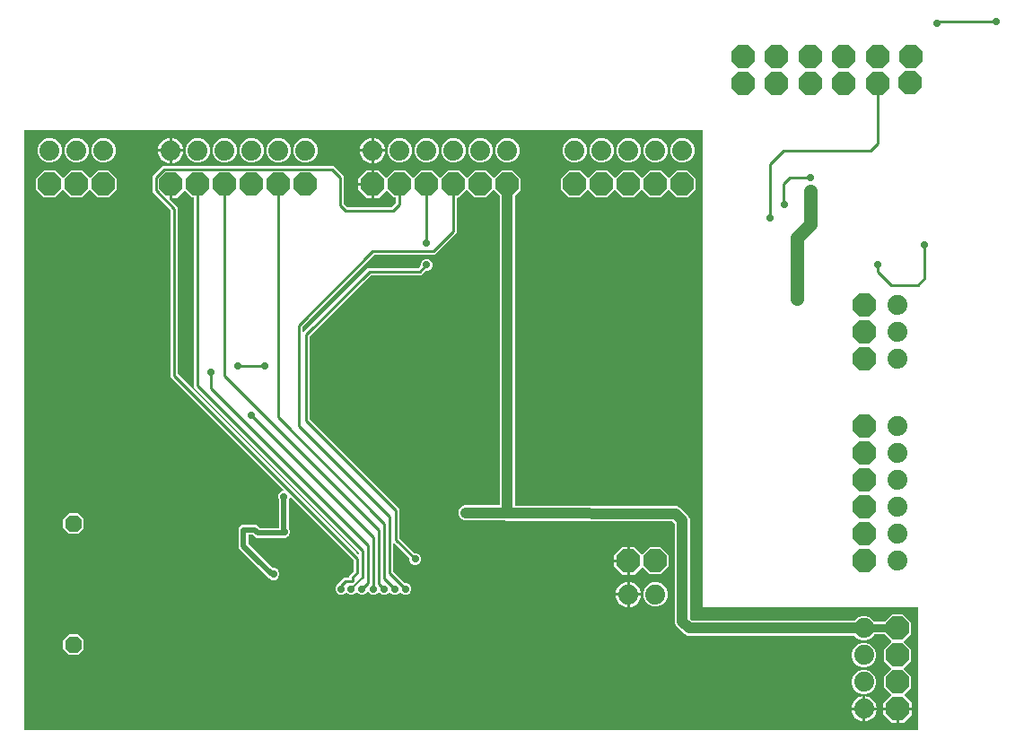
<source format=gbr>
G04 EAGLE Gerber RS-274X export*
G75*
%MOIN*%
%FSLAX24Y24*%
%LPD*%
%INBottom Copper*%
%IPPOS*%
%AMOC8*
5,1,8,0,0,1.08239X$1,22.5*%
G01*
%ADD10P,0.068191X8X292.500000*%
%ADD11P,0.092003X8X202.500000*%
%ADD12P,0.092003X8X292.500000*%
%ADD13C,0.074000*%
%ADD14P,0.092003X8X112.500000*%
%ADD15P,0.092003X8X22.500000*%
%ADD16C,0.027748*%
%ADD17C,0.008000*%
%ADD18C,0.020000*%
%ADD19C,0.010000*%
%ADD20C,0.040000*%
%ADD21C,0.030000*%
%ADD22C,0.050000*%

G36*
X33603Y416D02*
X33603Y416D01*
X33606Y416D01*
X33607Y417D01*
X33609Y417D01*
X33611Y419D01*
X33614Y420D01*
X33615Y421D01*
X33616Y422D01*
X33618Y424D01*
X33620Y426D01*
X33620Y427D01*
X33621Y429D01*
X33622Y431D01*
X33623Y434D01*
X33624Y436D01*
X33624Y437D01*
X33624Y438D01*
X33624Y440D01*
X33624Y4960D01*
X33624Y4963D01*
X33624Y4966D01*
X33623Y4967D01*
X33623Y4969D01*
X33621Y4971D01*
X33620Y4974D01*
X33619Y4975D01*
X33618Y4976D01*
X33616Y4978D01*
X33614Y4980D01*
X33613Y4980D01*
X33611Y4981D01*
X33609Y4982D01*
X33606Y4983D01*
X33604Y4984D01*
X33603Y4984D01*
X33602Y4984D01*
X33600Y4984D01*
X25624Y4984D01*
X25624Y22710D01*
X25624Y22713D01*
X25624Y22716D01*
X25623Y22717D01*
X25623Y22719D01*
X25621Y22721D01*
X25620Y22724D01*
X25619Y22725D01*
X25618Y22726D01*
X25616Y22728D01*
X25614Y22730D01*
X25613Y22730D01*
X25611Y22731D01*
X25609Y22732D01*
X25606Y22733D01*
X25604Y22734D01*
X25603Y22734D01*
X25602Y22734D01*
X25600Y22734D01*
X440Y22734D01*
X437Y22734D01*
X434Y22734D01*
X433Y22733D01*
X431Y22733D01*
X429Y22731D01*
X426Y22730D01*
X425Y22729D01*
X424Y22728D01*
X422Y22726D01*
X420Y22724D01*
X420Y22723D01*
X419Y22721D01*
X418Y22719D01*
X417Y22716D01*
X416Y22714D01*
X416Y22713D01*
X416Y22712D01*
X416Y22710D01*
X416Y440D01*
X416Y437D01*
X416Y434D01*
X417Y433D01*
X417Y431D01*
X419Y429D01*
X420Y426D01*
X421Y425D01*
X422Y424D01*
X424Y422D01*
X426Y420D01*
X427Y420D01*
X429Y419D01*
X431Y418D01*
X434Y417D01*
X436Y416D01*
X437Y416D01*
X438Y416D01*
X440Y416D01*
X33600Y416D01*
X33603Y416D01*
G37*
%LPC*%
G36*
X32849Y1209D02*
X32849Y1209D01*
X32849Y1235D01*
X32849Y1238D01*
X32849Y1241D01*
X32848Y1242D01*
X32848Y1244D01*
X32846Y1246D01*
X32845Y1249D01*
X32844Y1250D01*
X32843Y1251D01*
X32841Y1253D01*
X32839Y1255D01*
X32838Y1255D01*
X32836Y1256D01*
X32834Y1257D01*
X32831Y1258D01*
X32829Y1259D01*
X32828Y1259D01*
X32827Y1259D01*
X32825Y1259D01*
X32324Y1259D01*
X32324Y1428D01*
X32603Y1707D01*
X32605Y1709D01*
X32607Y1711D01*
X32608Y1713D01*
X32608Y1714D01*
X32609Y1717D01*
X32610Y1720D01*
X32610Y1721D01*
X32611Y1723D01*
X32610Y1725D01*
X32610Y1728D01*
X32610Y1730D01*
X32610Y1731D01*
X32608Y1734D01*
X32607Y1736D01*
X32606Y1738D01*
X32606Y1739D01*
X32605Y1740D01*
X32603Y1741D01*
X32344Y2001D01*
X32344Y2419D01*
X32618Y2693D01*
X32619Y2695D01*
X32621Y2697D01*
X32622Y2699D01*
X32623Y2700D01*
X32623Y2703D01*
X32624Y2705D01*
X32624Y2707D01*
X32625Y2708D01*
X32624Y2711D01*
X32624Y2714D01*
X32624Y2716D01*
X32624Y2717D01*
X32622Y2720D01*
X32621Y2722D01*
X32620Y2724D01*
X32620Y2725D01*
X32619Y2726D01*
X32618Y2727D01*
X32344Y3001D01*
X32344Y3419D01*
X32618Y3693D01*
X32619Y3695D01*
X32621Y3697D01*
X32622Y3699D01*
X32623Y3700D01*
X32623Y3703D01*
X32624Y3705D01*
X32624Y3707D01*
X32625Y3708D01*
X32624Y3711D01*
X32624Y3714D01*
X32624Y3716D01*
X32624Y3717D01*
X32622Y3720D01*
X32621Y3722D01*
X32620Y3724D01*
X32620Y3725D01*
X32619Y3726D01*
X32618Y3727D01*
X32373Y3972D01*
X32371Y3973D01*
X32369Y3975D01*
X32367Y3976D01*
X32365Y3977D01*
X32363Y3978D01*
X32362Y3978D01*
X32358Y3979D01*
X32357Y3979D01*
X32356Y3979D01*
X32355Y3979D01*
X32009Y3979D01*
X32006Y3979D01*
X32004Y3979D01*
X32002Y3978D01*
X32000Y3978D01*
X31998Y3976D01*
X31996Y3976D01*
X31994Y3974D01*
X31992Y3973D01*
X31991Y3971D01*
X31989Y3970D01*
X31988Y3967D01*
X31987Y3966D01*
X31986Y3964D01*
X31982Y3955D01*
X31855Y3828D01*
X31690Y3759D01*
X31510Y3759D01*
X31345Y3828D01*
X31250Y3922D01*
X31249Y3923D01*
X31247Y3925D01*
X31245Y3926D01*
X31243Y3927D01*
X31241Y3928D01*
X31239Y3928D01*
X31236Y3929D01*
X31235Y3929D01*
X31234Y3929D01*
X31233Y3929D01*
X25044Y3929D01*
X24941Y3972D01*
X24612Y4301D01*
X24569Y4404D01*
X24569Y8084D01*
X24569Y8086D01*
X24569Y8088D01*
X24568Y8090D01*
X24568Y8092D01*
X24567Y8094D01*
X24566Y8096D01*
X24564Y8099D01*
X24563Y8100D01*
X24562Y8101D01*
X24490Y8173D01*
X24489Y8174D01*
X24487Y8175D01*
X24485Y8176D01*
X24483Y8178D01*
X24481Y8178D01*
X24479Y8179D01*
X24476Y8179D01*
X24475Y8180D01*
X24474Y8180D01*
X24473Y8180D01*
X18793Y8200D01*
X18350Y8201D01*
X18349Y8201D01*
X18294Y8201D01*
X18268Y8212D01*
X18266Y8213D01*
X18265Y8213D01*
X18260Y8214D01*
X18259Y8214D01*
X16763Y8219D01*
X16660Y8263D01*
X16581Y8342D01*
X16539Y8445D01*
X16539Y8557D01*
X16583Y8660D01*
X16662Y8739D01*
X16765Y8781D01*
X18045Y8776D01*
X18048Y8777D01*
X18051Y8777D01*
X18052Y8778D01*
X18054Y8778D01*
X18056Y8779D01*
X18059Y8781D01*
X18060Y8782D01*
X18061Y8782D01*
X18063Y8785D01*
X18065Y8787D01*
X18066Y8788D01*
X18066Y8789D01*
X18067Y8792D01*
X18069Y8795D01*
X18069Y8796D01*
X18069Y8797D01*
X18069Y8799D01*
X18069Y8801D01*
X18069Y20265D01*
X18069Y20267D01*
X18069Y20270D01*
X18068Y20272D01*
X18068Y20274D01*
X18067Y20276D01*
X18066Y20278D01*
X18064Y20280D01*
X18063Y20281D01*
X18063Y20282D01*
X18062Y20283D01*
X17867Y20478D01*
X17865Y20479D01*
X17863Y20481D01*
X17861Y20482D01*
X17860Y20483D01*
X17857Y20483D01*
X17855Y20484D01*
X17853Y20484D01*
X17852Y20485D01*
X17849Y20484D01*
X17846Y20484D01*
X17844Y20484D01*
X17843Y20484D01*
X17840Y20482D01*
X17838Y20481D01*
X17836Y20480D01*
X17835Y20480D01*
X17834Y20479D01*
X17833Y20478D01*
X17559Y20204D01*
X17141Y20204D01*
X16867Y20478D01*
X16865Y20479D01*
X16863Y20481D01*
X16861Y20482D01*
X16860Y20483D01*
X16857Y20483D01*
X16855Y20484D01*
X16853Y20484D01*
X16852Y20485D01*
X16849Y20484D01*
X16846Y20484D01*
X16844Y20484D01*
X16843Y20484D01*
X16840Y20482D01*
X16838Y20481D01*
X16836Y20480D01*
X16835Y20480D01*
X16834Y20479D01*
X16833Y20478D01*
X16559Y20204D01*
X16505Y20204D01*
X16502Y20204D01*
X16499Y20204D01*
X16498Y20203D01*
X16496Y20203D01*
X16494Y20201D01*
X16491Y20200D01*
X16490Y20199D01*
X16489Y20198D01*
X16487Y20196D01*
X16485Y20194D01*
X16485Y20193D01*
X16484Y20191D01*
X16483Y20189D01*
X16482Y20186D01*
X16481Y20184D01*
X16481Y20183D01*
X16481Y20182D01*
X16481Y20180D01*
X16481Y18906D01*
X15654Y18079D01*
X13414Y18079D01*
X13412Y18079D01*
X13410Y18079D01*
X13408Y18078D01*
X13406Y18078D01*
X13404Y18077D01*
X13402Y18076D01*
X13399Y18074D01*
X13398Y18073D01*
X13397Y18072D01*
X10738Y15413D01*
X10737Y15411D01*
X10735Y15410D01*
X10734Y15408D01*
X10733Y15406D01*
X10732Y15404D01*
X10732Y15402D01*
X10731Y15399D01*
X10731Y15397D01*
X10731Y15396D01*
X10731Y15204D01*
X10731Y15201D01*
X10732Y15197D01*
X10732Y15196D01*
X10734Y15193D01*
X10736Y15189D01*
X10737Y15188D01*
X10740Y15186D01*
X10742Y15184D01*
X10743Y15183D01*
X10744Y15183D01*
X10747Y15182D01*
X10750Y15180D01*
X10751Y15180D01*
X10752Y15180D01*
X10756Y15180D01*
X10759Y15180D01*
X10760Y15181D01*
X10761Y15181D01*
X10764Y15182D01*
X10767Y15183D01*
X10768Y15184D01*
X10769Y15184D01*
X10769Y15185D01*
X10772Y15187D01*
X13092Y17507D01*
X13176Y17591D01*
X15036Y17591D01*
X15038Y17591D01*
X15040Y17591D01*
X15042Y17592D01*
X15044Y17592D01*
X15046Y17593D01*
X15048Y17594D01*
X15051Y17596D01*
X15052Y17597D01*
X15053Y17598D01*
X15123Y17668D01*
X15125Y17670D01*
X15126Y17671D01*
X15127Y17674D01*
X15128Y17675D01*
X15129Y17677D01*
X15130Y17679D01*
X15130Y17683D01*
X15130Y17684D01*
X15130Y17685D01*
X15131Y17685D01*
X15131Y17754D01*
X15164Y17834D01*
X15226Y17896D01*
X15306Y17929D01*
X15394Y17929D01*
X15474Y17896D01*
X15536Y17834D01*
X15569Y17754D01*
X15569Y17666D01*
X15536Y17586D01*
X15474Y17524D01*
X15394Y17491D01*
X15325Y17491D01*
X15323Y17490D01*
X15321Y17490D01*
X15319Y17489D01*
X15317Y17489D01*
X15315Y17488D01*
X15313Y17487D01*
X15311Y17485D01*
X15309Y17484D01*
X15308Y17483D01*
X15154Y17329D01*
X13294Y17329D01*
X13292Y17329D01*
X13290Y17329D01*
X13288Y17328D01*
X13286Y17328D01*
X13284Y17327D01*
X13282Y17326D01*
X13279Y17324D01*
X13278Y17323D01*
X13277Y17322D01*
X11018Y15063D01*
X11017Y15061D01*
X11015Y15060D01*
X11014Y15058D01*
X11013Y15056D01*
X11012Y15054D01*
X11012Y15052D01*
X11011Y15049D01*
X11011Y15047D01*
X11011Y15046D01*
X11011Y11994D01*
X11011Y11992D01*
X11011Y11990D01*
X11012Y11988D01*
X11012Y11986D01*
X11013Y11984D01*
X11014Y11982D01*
X11016Y11979D01*
X11017Y11978D01*
X11018Y11977D01*
X14267Y8728D01*
X14351Y8644D01*
X14351Y7554D01*
X14351Y7552D01*
X14351Y7550D01*
X14352Y7548D01*
X14352Y7546D01*
X14353Y7544D01*
X14354Y7542D01*
X14356Y7539D01*
X14357Y7538D01*
X14358Y7537D01*
X14888Y7007D01*
X14890Y7005D01*
X14891Y7004D01*
X14894Y7003D01*
X14895Y7002D01*
X14897Y7001D01*
X14899Y7000D01*
X14903Y7000D01*
X14904Y7000D01*
X14905Y7000D01*
X14905Y6999D01*
X14974Y6999D01*
X15054Y6966D01*
X15116Y6904D01*
X15149Y6824D01*
X15149Y6736D01*
X15116Y6656D01*
X15054Y6594D01*
X14974Y6561D01*
X14886Y6561D01*
X14806Y6594D01*
X14744Y6656D01*
X14711Y6736D01*
X14711Y6805D01*
X14710Y6807D01*
X14710Y6809D01*
X14709Y6811D01*
X14709Y6813D01*
X14708Y6815D01*
X14707Y6817D01*
X14705Y6819D01*
X14704Y6821D01*
X14703Y6822D01*
X14152Y7373D01*
X14149Y7375D01*
X14146Y7377D01*
X14145Y7378D01*
X14141Y7379D01*
X14138Y7380D01*
X14137Y7380D01*
X14133Y7380D01*
X14129Y7379D01*
X14128Y7379D01*
X14125Y7377D01*
X14121Y7376D01*
X14121Y7375D01*
X14120Y7375D01*
X14118Y7372D01*
X14115Y7370D01*
X14115Y7369D01*
X14114Y7369D01*
X14113Y7365D01*
X14112Y7362D01*
X14111Y7361D01*
X14111Y7360D01*
X14111Y7359D01*
X14111Y7356D01*
X14111Y6314D01*
X14111Y6312D01*
X14111Y6310D01*
X14112Y6308D01*
X14112Y6306D01*
X14113Y6304D01*
X14114Y6302D01*
X14116Y6299D01*
X14117Y6298D01*
X14118Y6297D01*
X14528Y5887D01*
X14530Y5885D01*
X14531Y5884D01*
X14534Y5883D01*
X14535Y5882D01*
X14537Y5881D01*
X14539Y5880D01*
X14543Y5880D01*
X14544Y5880D01*
X14545Y5880D01*
X14545Y5879D01*
X14614Y5879D01*
X14694Y5846D01*
X14756Y5784D01*
X14789Y5704D01*
X14789Y5616D01*
X14756Y5536D01*
X14694Y5474D01*
X14614Y5441D01*
X14526Y5441D01*
X14446Y5474D01*
X14382Y5537D01*
X14380Y5539D01*
X14378Y5541D01*
X14376Y5542D01*
X14375Y5542D01*
X14372Y5543D01*
X14370Y5544D01*
X14368Y5544D01*
X14367Y5545D01*
X14364Y5544D01*
X14361Y5544D01*
X14359Y5544D01*
X14358Y5543D01*
X14355Y5542D01*
X14353Y5541D01*
X14351Y5540D01*
X14350Y5539D01*
X14349Y5539D01*
X14348Y5537D01*
X14294Y5484D01*
X14214Y5451D01*
X14126Y5451D01*
X14046Y5484D01*
X13992Y5537D01*
X13990Y5539D01*
X13988Y5541D01*
X13986Y5542D01*
X13985Y5542D01*
X13982Y5543D01*
X13980Y5544D01*
X13978Y5544D01*
X13977Y5545D01*
X13974Y5544D01*
X13971Y5544D01*
X13969Y5544D01*
X13968Y5543D01*
X13965Y5542D01*
X13963Y5541D01*
X13961Y5540D01*
X13960Y5539D01*
X13959Y5539D01*
X13958Y5537D01*
X13904Y5484D01*
X13824Y5451D01*
X13736Y5451D01*
X13656Y5484D01*
X13597Y5542D01*
X13595Y5544D01*
X13593Y5546D01*
X13591Y5547D01*
X13590Y5547D01*
X13587Y5548D01*
X13585Y5549D01*
X13583Y5549D01*
X13582Y5550D01*
X13579Y5549D01*
X13576Y5549D01*
X13574Y5549D01*
X13573Y5548D01*
X13570Y5547D01*
X13568Y5546D01*
X13566Y5545D01*
X13565Y5544D01*
X13564Y5544D01*
X13563Y5542D01*
X13504Y5484D01*
X13424Y5451D01*
X13336Y5451D01*
X13256Y5484D01*
X13194Y5546D01*
X13191Y5552D01*
X13189Y5555D01*
X13188Y5558D01*
X13187Y5559D01*
X13184Y5561D01*
X13181Y5564D01*
X13180Y5564D01*
X13176Y5565D01*
X13173Y5567D01*
X13172Y5567D01*
X13171Y5567D01*
X13168Y5567D01*
X13164Y5566D01*
X13163Y5566D01*
X13159Y5565D01*
X13156Y5563D01*
X13155Y5563D01*
X13155Y5562D01*
X13152Y5560D01*
X13150Y5557D01*
X13149Y5557D01*
X13149Y5556D01*
X13148Y5555D01*
X13146Y5552D01*
X13144Y5546D01*
X13082Y5484D01*
X13001Y5451D01*
X12914Y5451D01*
X12833Y5484D01*
X12781Y5536D01*
X12779Y5538D01*
X12777Y5540D01*
X12775Y5540D01*
X12774Y5541D01*
X12771Y5542D01*
X12768Y5543D01*
X12767Y5543D01*
X12765Y5543D01*
X12763Y5543D01*
X12760Y5543D01*
X12758Y5543D01*
X12757Y5542D01*
X12754Y5541D01*
X12752Y5540D01*
X12750Y5539D01*
X12749Y5538D01*
X12748Y5538D01*
X12747Y5536D01*
X12684Y5474D01*
X12604Y5441D01*
X12516Y5441D01*
X12436Y5474D01*
X12382Y5527D01*
X12380Y5529D01*
X12378Y5531D01*
X12376Y5532D01*
X12375Y5532D01*
X12372Y5533D01*
X12370Y5534D01*
X12368Y5534D01*
X12367Y5535D01*
X12364Y5534D01*
X12361Y5534D01*
X12359Y5534D01*
X12358Y5533D01*
X12355Y5532D01*
X12353Y5531D01*
X12351Y5530D01*
X12350Y5529D01*
X12349Y5529D01*
X12348Y5527D01*
X12304Y5484D01*
X12224Y5451D01*
X12136Y5451D01*
X12056Y5484D01*
X11994Y5546D01*
X11961Y5626D01*
X11961Y5714D01*
X11994Y5794D01*
X12056Y5856D01*
X12061Y5858D01*
X12062Y5859D01*
X12064Y5860D01*
X12067Y5862D01*
X12068Y5863D01*
X12212Y6007D01*
X12296Y6091D01*
X12445Y6091D01*
X12448Y6091D01*
X12451Y6091D01*
X12452Y6092D01*
X12454Y6092D01*
X12456Y6094D01*
X12459Y6095D01*
X12460Y6096D01*
X12461Y6097D01*
X12463Y6099D01*
X12465Y6101D01*
X12465Y6102D01*
X12466Y6104D01*
X12467Y6106D01*
X12468Y6109D01*
X12469Y6111D01*
X12469Y6112D01*
X12469Y6113D01*
X12469Y6115D01*
X12469Y6144D01*
X12652Y6327D01*
X12653Y6329D01*
X12655Y6330D01*
X12656Y6332D01*
X12657Y6334D01*
X12658Y6336D01*
X12658Y6338D01*
X12659Y6341D01*
X12659Y6343D01*
X12659Y6344D01*
X12659Y6734D01*
X12659Y6736D01*
X12659Y6738D01*
X12658Y6740D01*
X12658Y6742D01*
X12657Y6744D01*
X12656Y6746D01*
X12654Y6749D01*
X12653Y6750D01*
X12652Y6751D01*
X10321Y9082D01*
X10318Y9084D01*
X10315Y9086D01*
X10314Y9087D01*
X10310Y9088D01*
X10307Y9089D01*
X10306Y9089D01*
X10305Y9089D01*
X10302Y9089D01*
X10298Y9089D01*
X10297Y9088D01*
X10293Y9086D01*
X10290Y9085D01*
X10290Y9084D01*
X10289Y9084D01*
X10287Y9081D01*
X10284Y9079D01*
X10284Y9078D01*
X10283Y9078D01*
X10282Y9074D01*
X10280Y9071D01*
X10280Y9070D01*
X10280Y9068D01*
X10279Y9065D01*
X10279Y9056D01*
X10246Y8975D01*
X10245Y8974D01*
X10244Y8972D01*
X10243Y8970D01*
X10242Y8968D01*
X10242Y8966D01*
X10241Y8963D01*
X10241Y8962D01*
X10241Y8961D01*
X10241Y8960D01*
X10241Y7940D01*
X10241Y7938D01*
X10241Y7936D01*
X10242Y7933D01*
X10242Y7931D01*
X10243Y7929D01*
X10244Y7927D01*
X10246Y7925D01*
X10247Y7924D01*
X10247Y7923D01*
X10248Y7923D01*
X10256Y7914D01*
X10289Y7834D01*
X10289Y7746D01*
X10256Y7666D01*
X10194Y7604D01*
X10113Y7570D01*
X10112Y7570D01*
X10110Y7569D01*
X10109Y7569D01*
X9017Y7569D01*
X8912Y7674D01*
X8910Y7675D01*
X8909Y7677D01*
X8907Y7678D01*
X8905Y7679D01*
X8903Y7680D01*
X8901Y7680D01*
X8898Y7681D01*
X8896Y7681D01*
X8895Y7681D01*
X8761Y7681D01*
X8758Y7681D01*
X8755Y7681D01*
X8754Y7680D01*
X8753Y7680D01*
X8750Y7678D01*
X8748Y7677D01*
X8746Y7676D01*
X8745Y7675D01*
X8743Y7673D01*
X8741Y7671D01*
X8741Y7670D01*
X8740Y7668D01*
X8739Y7666D01*
X8738Y7663D01*
X8737Y7661D01*
X8737Y7660D01*
X8737Y7659D01*
X8737Y7657D01*
X8737Y7349D01*
X8737Y7347D01*
X8737Y7345D01*
X8738Y7343D01*
X8738Y7340D01*
X8739Y7338D01*
X8740Y7337D01*
X8742Y7334D01*
X8743Y7333D01*
X8743Y7332D01*
X8744Y7332D01*
X9629Y6447D01*
X9631Y6445D01*
X9632Y6444D01*
X9634Y6443D01*
X9636Y6442D01*
X9638Y6441D01*
X9640Y6440D01*
X9643Y6440D01*
X9645Y6440D01*
X9646Y6439D01*
X9714Y6439D01*
X9794Y6406D01*
X9856Y6344D01*
X9889Y6264D01*
X9889Y6176D01*
X9856Y6096D01*
X9794Y6034D01*
X9714Y6001D01*
X9626Y6001D01*
X9545Y6034D01*
X9544Y6035D01*
X9542Y6036D01*
X9540Y6037D01*
X9538Y6038D01*
X9536Y6038D01*
X9533Y6039D01*
X9532Y6039D01*
X9531Y6039D01*
X9530Y6039D01*
X9525Y6039D01*
X8375Y7189D01*
X8375Y7937D01*
X8481Y8043D01*
X9055Y8043D01*
X9160Y7938D01*
X9161Y7937D01*
X9163Y7935D01*
X9165Y7934D01*
X9167Y7933D01*
X9169Y7932D01*
X9171Y7932D01*
X9174Y7931D01*
X9175Y7931D01*
X9176Y7931D01*
X9177Y7931D01*
X9855Y7931D01*
X9858Y7931D01*
X9861Y7931D01*
X9862Y7932D01*
X9864Y7932D01*
X9866Y7934D01*
X9869Y7935D01*
X9870Y7936D01*
X9871Y7937D01*
X9873Y7939D01*
X9875Y7941D01*
X9875Y7942D01*
X9876Y7944D01*
X9877Y7946D01*
X9878Y7949D01*
X9879Y7951D01*
X9879Y7952D01*
X9879Y7953D01*
X9879Y7955D01*
X9879Y8960D01*
X9879Y8962D01*
X9879Y8964D01*
X9878Y8967D01*
X9878Y8969D01*
X9877Y8971D01*
X9876Y8973D01*
X9874Y8975D01*
X9841Y9056D01*
X9841Y9144D01*
X9874Y9224D01*
X9936Y9286D01*
X10016Y9319D01*
X10025Y9319D01*
X10028Y9320D01*
X10032Y9321D01*
X10033Y9321D01*
X10037Y9323D01*
X10040Y9325D01*
X10041Y9326D01*
X10043Y9328D01*
X10046Y9331D01*
X10046Y9332D01*
X10047Y9336D01*
X10049Y9339D01*
X10049Y9340D01*
X10049Y9341D01*
X10049Y9344D01*
X10049Y9348D01*
X10049Y9349D01*
X10047Y9353D01*
X10046Y9356D01*
X10045Y9357D01*
X10044Y9358D01*
X10042Y9361D01*
X5859Y13544D01*
X5859Y19721D01*
X5859Y19723D01*
X5859Y19725D01*
X5858Y19727D01*
X5858Y19729D01*
X5857Y19731D01*
X5856Y19733D01*
X5854Y19736D01*
X5853Y19737D01*
X5852Y19738D01*
X5164Y20426D01*
X5164Y20994D01*
X5482Y21312D01*
X5566Y21396D01*
X11884Y21396D01*
X11968Y21312D01*
X12202Y21078D01*
X12286Y20994D01*
X12286Y19971D01*
X12286Y19969D01*
X12286Y19967D01*
X12287Y19965D01*
X12287Y19963D01*
X12288Y19961D01*
X12289Y19959D01*
X12291Y19956D01*
X12292Y19955D01*
X12293Y19954D01*
X12399Y19848D01*
X12401Y19847D01*
X12402Y19845D01*
X12404Y19844D01*
X12406Y19843D01*
X12408Y19842D01*
X12410Y19842D01*
X12414Y19841D01*
X12415Y19841D01*
X12416Y19841D01*
X14036Y19841D01*
X14038Y19841D01*
X14040Y19841D01*
X14042Y19842D01*
X14044Y19842D01*
X14046Y19843D01*
X14048Y19844D01*
X14051Y19846D01*
X14052Y19847D01*
X14053Y19848D01*
X14212Y20007D01*
X14213Y20009D01*
X14215Y20010D01*
X14216Y20012D01*
X14217Y20014D01*
X14218Y20016D01*
X14218Y20018D01*
X14219Y20021D01*
X14219Y20023D01*
X14219Y20024D01*
X14219Y20180D01*
X14219Y20183D01*
X14219Y20186D01*
X14218Y20187D01*
X14218Y20189D01*
X14216Y20191D01*
X14215Y20194D01*
X14214Y20195D01*
X14213Y20196D01*
X14211Y20198D01*
X14209Y20200D01*
X14208Y20200D01*
X14206Y20201D01*
X14204Y20202D01*
X14201Y20203D01*
X14199Y20204D01*
X14198Y20204D01*
X14197Y20204D01*
X14195Y20204D01*
X14141Y20204D01*
X13881Y20463D01*
X13880Y20465D01*
X13879Y20466D01*
X13878Y20466D01*
X13877Y20467D01*
X13875Y20468D01*
X13874Y20468D01*
X13871Y20469D01*
X13869Y20470D01*
X13867Y20470D01*
X13866Y20471D01*
X13863Y20470D01*
X13860Y20470D01*
X13859Y20470D01*
X13857Y20470D01*
X13855Y20469D01*
X13855Y20468D01*
X13852Y20467D01*
X13850Y20466D01*
X13849Y20466D01*
X13849Y20465D01*
X13848Y20464D01*
X13847Y20464D01*
X13847Y20463D01*
X13568Y20184D01*
X13399Y20184D01*
X13399Y20685D01*
X13399Y20688D01*
X13399Y20691D01*
X13398Y20692D01*
X13398Y20694D01*
X13396Y20696D01*
X13395Y20699D01*
X13394Y20700D01*
X13393Y20701D01*
X13391Y20703D01*
X13389Y20705D01*
X13388Y20705D01*
X13386Y20706D01*
X13384Y20707D01*
X13381Y20708D01*
X13379Y20709D01*
X13378Y20709D01*
X13377Y20709D01*
X13375Y20709D01*
X13349Y20709D01*
X13349Y20711D01*
X13375Y20711D01*
X13378Y20711D01*
X13381Y20711D01*
X13382Y20712D01*
X13384Y20712D01*
X13386Y20714D01*
X13389Y20715D01*
X13390Y20716D01*
X13391Y20717D01*
X13393Y20719D01*
X13395Y20721D01*
X13395Y20722D01*
X13396Y20724D01*
X13397Y20726D01*
X13398Y20729D01*
X13399Y20731D01*
X13399Y20732D01*
X13399Y20733D01*
X13399Y20735D01*
X13399Y21236D01*
X13568Y21236D01*
X13847Y20957D01*
X13849Y20955D01*
X13851Y20953D01*
X13853Y20952D01*
X13854Y20952D01*
X13857Y20951D01*
X13860Y20950D01*
X13861Y20950D01*
X13863Y20949D01*
X13865Y20950D01*
X13868Y20950D01*
X13870Y20950D01*
X13871Y20950D01*
X13874Y20952D01*
X13876Y20953D01*
X13878Y20954D01*
X13879Y20954D01*
X13880Y20955D01*
X13881Y20957D01*
X14141Y21216D01*
X14559Y21216D01*
X14833Y20942D01*
X14835Y20941D01*
X14837Y20939D01*
X14839Y20938D01*
X14840Y20937D01*
X14843Y20937D01*
X14845Y20936D01*
X14847Y20936D01*
X14848Y20935D01*
X14851Y20936D01*
X14854Y20936D01*
X14856Y20936D01*
X14857Y20936D01*
X14860Y20938D01*
X14862Y20939D01*
X14864Y20940D01*
X14865Y20940D01*
X14866Y20941D01*
X14867Y20942D01*
X15141Y21216D01*
X15559Y21216D01*
X15833Y20942D01*
X15835Y20941D01*
X15837Y20939D01*
X15839Y20938D01*
X15840Y20937D01*
X15843Y20937D01*
X15845Y20936D01*
X15847Y20936D01*
X15848Y20935D01*
X15851Y20936D01*
X15854Y20936D01*
X15856Y20936D01*
X15857Y20936D01*
X15860Y20938D01*
X15862Y20939D01*
X15864Y20940D01*
X15865Y20940D01*
X15866Y20941D01*
X15867Y20942D01*
X16141Y21216D01*
X16559Y21216D01*
X16833Y20942D01*
X16835Y20941D01*
X16837Y20939D01*
X16839Y20938D01*
X16840Y20937D01*
X16843Y20937D01*
X16845Y20936D01*
X16847Y20936D01*
X16848Y20935D01*
X16851Y20936D01*
X16854Y20936D01*
X16856Y20936D01*
X16857Y20936D01*
X16860Y20938D01*
X16862Y20939D01*
X16864Y20940D01*
X16865Y20940D01*
X16866Y20941D01*
X16867Y20942D01*
X17141Y21216D01*
X17559Y21216D01*
X17833Y20942D01*
X17835Y20941D01*
X17837Y20939D01*
X17839Y20938D01*
X17840Y20937D01*
X17843Y20937D01*
X17845Y20936D01*
X17847Y20936D01*
X17848Y20935D01*
X17851Y20936D01*
X17854Y20936D01*
X17856Y20936D01*
X17857Y20936D01*
X17860Y20938D01*
X17862Y20939D01*
X17864Y20940D01*
X17865Y20940D01*
X17866Y20941D01*
X17867Y20942D01*
X18141Y21216D01*
X18559Y21216D01*
X18856Y20919D01*
X18856Y20501D01*
X18638Y20283D01*
X18637Y20281D01*
X18635Y20279D01*
X18634Y20277D01*
X18633Y20275D01*
X18632Y20273D01*
X18632Y20272D01*
X18631Y20268D01*
X18631Y20267D01*
X18631Y20266D01*
X18631Y20265D01*
X18631Y8786D01*
X18631Y8783D01*
X18632Y8781D01*
X18632Y8779D01*
X18632Y8778D01*
X18634Y8775D01*
X18635Y8773D01*
X18636Y8771D01*
X18637Y8770D01*
X18639Y8768D01*
X18641Y8766D01*
X18642Y8766D01*
X18644Y8765D01*
X18646Y8764D01*
X18649Y8763D01*
X18651Y8762D01*
X18652Y8762D01*
X18653Y8762D01*
X18655Y8762D01*
X24601Y8741D01*
X24656Y8741D01*
X24708Y8719D01*
X24760Y8698D01*
X24799Y8658D01*
X25088Y8369D01*
X25131Y8266D01*
X25131Y4586D01*
X25131Y4584D01*
X25131Y4582D01*
X25131Y4581D01*
X25132Y4580D01*
X25132Y4578D01*
X25133Y4576D01*
X25134Y4574D01*
X25136Y4571D01*
X25137Y4570D01*
X25138Y4569D01*
X25209Y4498D01*
X25211Y4497D01*
X25212Y4495D01*
X25214Y4494D01*
X25216Y4493D01*
X25218Y4492D01*
X25220Y4492D01*
X25224Y4491D01*
X25225Y4491D01*
X25226Y4491D01*
X31233Y4491D01*
X31235Y4491D01*
X31237Y4491D01*
X31240Y4492D01*
X31242Y4492D01*
X31244Y4493D01*
X31246Y4494D01*
X31248Y4496D01*
X31249Y4497D01*
X31250Y4497D01*
X31250Y4498D01*
X31345Y4592D01*
X31510Y4661D01*
X31690Y4661D01*
X31855Y4592D01*
X31982Y4465D01*
X31986Y4456D01*
X31987Y4454D01*
X31988Y4451D01*
X31990Y4450D01*
X31991Y4448D01*
X31993Y4447D01*
X31995Y4445D01*
X31996Y4444D01*
X31998Y4443D01*
X32000Y4443D01*
X32002Y4442D01*
X32005Y4441D01*
X32006Y4441D01*
X32007Y4441D01*
X32009Y4441D01*
X32355Y4441D01*
X32357Y4441D01*
X32360Y4441D01*
X32362Y4442D01*
X32364Y4442D01*
X32366Y4443D01*
X32368Y4444D01*
X32370Y4446D01*
X32371Y4447D01*
X32372Y4447D01*
X32373Y4448D01*
X32641Y4716D01*
X33059Y4716D01*
X33356Y4419D01*
X33356Y4001D01*
X33082Y3727D01*
X33081Y3725D01*
X33079Y3723D01*
X33078Y3721D01*
X33077Y3720D01*
X33077Y3717D01*
X33076Y3715D01*
X33076Y3713D01*
X33075Y3712D01*
X33076Y3709D01*
X33076Y3706D01*
X33076Y3704D01*
X33076Y3703D01*
X33078Y3700D01*
X33079Y3698D01*
X33080Y3696D01*
X33080Y3695D01*
X33081Y3694D01*
X33082Y3693D01*
X33356Y3419D01*
X33356Y3001D01*
X33082Y2727D01*
X33081Y2725D01*
X33079Y2723D01*
X33078Y2721D01*
X33077Y2720D01*
X33077Y2717D01*
X33076Y2715D01*
X33076Y2713D01*
X33075Y2712D01*
X33076Y2709D01*
X33076Y2706D01*
X33076Y2704D01*
X33076Y2703D01*
X33078Y2700D01*
X33079Y2698D01*
X33080Y2696D01*
X33080Y2695D01*
X33081Y2694D01*
X33082Y2693D01*
X33356Y2419D01*
X33356Y2001D01*
X33097Y1741D01*
X33095Y1739D01*
X33093Y1737D01*
X33092Y1735D01*
X33092Y1734D01*
X33091Y1731D01*
X33090Y1729D01*
X33090Y1727D01*
X33089Y1726D01*
X33090Y1723D01*
X33090Y1720D01*
X33090Y1719D01*
X33090Y1717D01*
X33092Y1715D01*
X33093Y1712D01*
X33094Y1710D01*
X33094Y1709D01*
X33095Y1709D01*
X33097Y1707D01*
X33376Y1428D01*
X33376Y1259D01*
X32875Y1259D01*
X32872Y1259D01*
X32869Y1259D01*
X32868Y1258D01*
X32866Y1258D01*
X32864Y1256D01*
X32861Y1255D01*
X32860Y1254D01*
X32859Y1253D01*
X32857Y1251D01*
X32855Y1249D01*
X32855Y1248D01*
X32854Y1246D01*
X32853Y1244D01*
X32852Y1241D01*
X32851Y1239D01*
X32851Y1238D01*
X32851Y1237D01*
X32851Y1235D01*
X32851Y1209D01*
X32849Y1209D01*
G37*
%LPD*%
G36*
X12827Y6958D02*
X12827Y6958D01*
X12831Y6958D01*
X12831Y6959D01*
X12832Y6959D01*
X12835Y6961D01*
X12839Y6962D01*
X12839Y6963D01*
X12840Y6963D01*
X12842Y6966D01*
X12845Y6968D01*
X12845Y6969D01*
X12846Y6969D01*
X12847Y6973D01*
X12848Y6976D01*
X12849Y6977D01*
X12849Y6979D01*
X12849Y6982D01*
X12849Y7016D01*
X12849Y7018D01*
X12849Y7020D01*
X12848Y7022D01*
X12848Y7024D01*
X12847Y7026D01*
X12846Y7028D01*
X12844Y7031D01*
X12843Y7032D01*
X12842Y7033D01*
X6719Y13156D01*
X6719Y20180D01*
X6719Y20183D01*
X6719Y20186D01*
X6718Y20187D01*
X6718Y20189D01*
X6716Y20191D01*
X6715Y20194D01*
X6714Y20195D01*
X6713Y20196D01*
X6711Y20198D01*
X6709Y20200D01*
X6708Y20200D01*
X6706Y20201D01*
X6704Y20202D01*
X6701Y20203D01*
X6699Y20204D01*
X6698Y20204D01*
X6697Y20204D01*
X6695Y20204D01*
X6641Y20204D01*
X6381Y20463D01*
X6380Y20465D01*
X6379Y20466D01*
X6378Y20466D01*
X6377Y20467D01*
X6375Y20468D01*
X6374Y20468D01*
X6371Y20469D01*
X6369Y20470D01*
X6367Y20470D01*
X6366Y20471D01*
X6363Y20470D01*
X6360Y20470D01*
X6359Y20470D01*
X6357Y20470D01*
X6355Y20469D01*
X6355Y20468D01*
X6352Y20467D01*
X6350Y20466D01*
X6349Y20466D01*
X6349Y20465D01*
X6348Y20464D01*
X6347Y20464D01*
X6347Y20463D01*
X6068Y20184D01*
X5899Y20184D01*
X5899Y20685D01*
X5899Y20688D01*
X5899Y20691D01*
X5898Y20692D01*
X5898Y20694D01*
X5896Y20696D01*
X5895Y20699D01*
X5894Y20700D01*
X5893Y20701D01*
X5891Y20703D01*
X5889Y20705D01*
X5888Y20705D01*
X5886Y20706D01*
X5884Y20707D01*
X5881Y20708D01*
X5879Y20709D01*
X5878Y20709D01*
X5877Y20709D01*
X5875Y20709D01*
X5825Y20709D01*
X5822Y20709D01*
X5819Y20709D01*
X5818Y20708D01*
X5816Y20708D01*
X5814Y20706D01*
X5811Y20705D01*
X5810Y20704D01*
X5809Y20703D01*
X5807Y20701D01*
X5805Y20699D01*
X5805Y20698D01*
X5804Y20696D01*
X5803Y20694D01*
X5802Y20691D01*
X5801Y20689D01*
X5801Y20688D01*
X5801Y20687D01*
X5801Y20685D01*
X5801Y20169D01*
X5801Y20167D01*
X5801Y20165D01*
X5802Y20163D01*
X5802Y20161D01*
X5803Y20159D01*
X5804Y20157D01*
X5806Y20154D01*
X5807Y20153D01*
X5808Y20152D01*
X6121Y19839D01*
X6121Y13662D01*
X6121Y13660D01*
X6121Y13658D01*
X6122Y13656D01*
X6122Y13653D01*
X6123Y13652D01*
X6124Y13650D01*
X6126Y13647D01*
X6127Y13646D01*
X6128Y13645D01*
X12808Y6965D01*
X12811Y6963D01*
X12814Y6961D01*
X12814Y6960D01*
X12815Y6960D01*
X12819Y6959D01*
X12822Y6958D01*
X12823Y6958D01*
X12827Y6958D01*
G37*
%LPC*%
G36*
X20641Y20204D02*
X20641Y20204D01*
X20344Y20501D01*
X20344Y20919D01*
X20641Y21216D01*
X21059Y21216D01*
X21333Y20942D01*
X21335Y20941D01*
X21337Y20939D01*
X21339Y20938D01*
X21340Y20937D01*
X21343Y20937D01*
X21345Y20936D01*
X21347Y20936D01*
X21348Y20935D01*
X21351Y20936D01*
X21354Y20936D01*
X21356Y20936D01*
X21357Y20936D01*
X21360Y20938D01*
X21362Y20939D01*
X21364Y20940D01*
X21365Y20940D01*
X21366Y20941D01*
X21367Y20942D01*
X21641Y21216D01*
X22059Y21216D01*
X22333Y20942D01*
X22335Y20941D01*
X22337Y20939D01*
X22339Y20938D01*
X22340Y20937D01*
X22343Y20937D01*
X22345Y20936D01*
X22347Y20936D01*
X22348Y20935D01*
X22351Y20936D01*
X22354Y20936D01*
X22356Y20936D01*
X22357Y20936D01*
X22360Y20938D01*
X22362Y20939D01*
X22364Y20940D01*
X22365Y20940D01*
X22366Y20941D01*
X22367Y20942D01*
X22641Y21216D01*
X23059Y21216D01*
X23333Y20942D01*
X23335Y20941D01*
X23337Y20939D01*
X23339Y20938D01*
X23340Y20937D01*
X23343Y20937D01*
X23345Y20936D01*
X23347Y20936D01*
X23348Y20935D01*
X23351Y20936D01*
X23354Y20936D01*
X23356Y20936D01*
X23357Y20936D01*
X23360Y20938D01*
X23362Y20939D01*
X23364Y20940D01*
X23365Y20940D01*
X23366Y20941D01*
X23367Y20942D01*
X23641Y21216D01*
X24059Y21216D01*
X24333Y20942D01*
X24335Y20941D01*
X24337Y20939D01*
X24339Y20938D01*
X24340Y20937D01*
X24343Y20937D01*
X24345Y20936D01*
X24347Y20936D01*
X24348Y20935D01*
X24351Y20936D01*
X24354Y20936D01*
X24356Y20936D01*
X24357Y20936D01*
X24360Y20938D01*
X24362Y20939D01*
X24364Y20940D01*
X24365Y20940D01*
X24366Y20941D01*
X24367Y20942D01*
X24641Y21216D01*
X25059Y21216D01*
X25356Y20919D01*
X25356Y20501D01*
X25059Y20204D01*
X24641Y20204D01*
X24367Y20478D01*
X24365Y20479D01*
X24363Y20481D01*
X24361Y20482D01*
X24360Y20483D01*
X24357Y20483D01*
X24355Y20484D01*
X24353Y20484D01*
X24352Y20485D01*
X24349Y20484D01*
X24346Y20484D01*
X24344Y20484D01*
X24343Y20484D01*
X24340Y20482D01*
X24338Y20481D01*
X24336Y20480D01*
X24335Y20480D01*
X24334Y20479D01*
X24333Y20478D01*
X24059Y20204D01*
X23641Y20204D01*
X23367Y20478D01*
X23365Y20479D01*
X23363Y20481D01*
X23361Y20482D01*
X23360Y20483D01*
X23357Y20483D01*
X23355Y20484D01*
X23353Y20484D01*
X23352Y20485D01*
X23349Y20484D01*
X23346Y20484D01*
X23344Y20484D01*
X23343Y20484D01*
X23340Y20482D01*
X23338Y20481D01*
X23336Y20480D01*
X23335Y20480D01*
X23334Y20479D01*
X23333Y20478D01*
X23059Y20204D01*
X22641Y20204D01*
X22367Y20478D01*
X22365Y20479D01*
X22363Y20481D01*
X22361Y20482D01*
X22360Y20483D01*
X22357Y20483D01*
X22355Y20484D01*
X22353Y20484D01*
X22352Y20485D01*
X22349Y20484D01*
X22346Y20484D01*
X22344Y20484D01*
X22343Y20484D01*
X22340Y20482D01*
X22338Y20481D01*
X22336Y20480D01*
X22335Y20480D01*
X22334Y20479D01*
X22333Y20478D01*
X22059Y20204D01*
X21641Y20204D01*
X21367Y20478D01*
X21365Y20479D01*
X21363Y20481D01*
X21361Y20482D01*
X21360Y20483D01*
X21357Y20483D01*
X21355Y20484D01*
X21353Y20484D01*
X21352Y20485D01*
X21349Y20484D01*
X21346Y20484D01*
X21344Y20484D01*
X21343Y20484D01*
X21340Y20482D01*
X21338Y20481D01*
X21336Y20480D01*
X21335Y20480D01*
X21334Y20479D01*
X21333Y20478D01*
X21059Y20204D01*
X20641Y20204D01*
G37*
%LPD*%
%LPC*%
G36*
X1141Y20204D02*
X1141Y20204D01*
X844Y20501D01*
X844Y20919D01*
X1141Y21216D01*
X1559Y21216D01*
X1833Y20942D01*
X1835Y20941D01*
X1837Y20939D01*
X1839Y20938D01*
X1840Y20937D01*
X1843Y20937D01*
X1845Y20936D01*
X1847Y20936D01*
X1848Y20935D01*
X1851Y20936D01*
X1854Y20936D01*
X1856Y20936D01*
X1857Y20936D01*
X1860Y20938D01*
X1862Y20939D01*
X1864Y20940D01*
X1865Y20940D01*
X1866Y20941D01*
X1867Y20942D01*
X2141Y21216D01*
X2559Y21216D01*
X2833Y20942D01*
X2835Y20941D01*
X2837Y20939D01*
X2839Y20938D01*
X2840Y20937D01*
X2843Y20937D01*
X2845Y20936D01*
X2847Y20936D01*
X2848Y20935D01*
X2851Y20936D01*
X2854Y20936D01*
X2856Y20936D01*
X2857Y20936D01*
X2860Y20938D01*
X2862Y20939D01*
X2864Y20940D01*
X2865Y20940D01*
X2866Y20941D01*
X2867Y20942D01*
X3141Y21216D01*
X3559Y21216D01*
X3856Y20919D01*
X3856Y20501D01*
X3559Y20204D01*
X3141Y20204D01*
X2867Y20478D01*
X2865Y20479D01*
X2863Y20481D01*
X2861Y20482D01*
X2860Y20483D01*
X2857Y20483D01*
X2855Y20484D01*
X2853Y20484D01*
X2852Y20485D01*
X2849Y20484D01*
X2846Y20484D01*
X2844Y20484D01*
X2843Y20484D01*
X2840Y20482D01*
X2838Y20481D01*
X2836Y20480D01*
X2835Y20480D01*
X2834Y20479D01*
X2833Y20478D01*
X2559Y20204D01*
X2141Y20204D01*
X1867Y20478D01*
X1865Y20479D01*
X1863Y20481D01*
X1861Y20482D01*
X1860Y20483D01*
X1857Y20483D01*
X1855Y20484D01*
X1853Y20484D01*
X1852Y20485D01*
X1849Y20484D01*
X1846Y20484D01*
X1844Y20484D01*
X1843Y20484D01*
X1840Y20482D01*
X1838Y20481D01*
X1836Y20480D01*
X1835Y20480D01*
X1834Y20479D01*
X1833Y20478D01*
X1559Y20204D01*
X1141Y20204D01*
G37*
%LPD*%
%LPC*%
G36*
X22899Y6184D02*
X22899Y6184D01*
X22899Y6685D01*
X22899Y6688D01*
X22899Y6691D01*
X22898Y6692D01*
X22898Y6694D01*
X22896Y6696D01*
X22895Y6699D01*
X22894Y6700D01*
X22893Y6701D01*
X22891Y6703D01*
X22889Y6705D01*
X22888Y6705D01*
X22886Y6706D01*
X22884Y6707D01*
X22881Y6708D01*
X22879Y6709D01*
X22878Y6709D01*
X22877Y6709D01*
X22875Y6709D01*
X22849Y6709D01*
X22849Y6711D01*
X22875Y6711D01*
X22878Y6711D01*
X22881Y6711D01*
X22882Y6712D01*
X22884Y6712D01*
X22886Y6714D01*
X22889Y6715D01*
X22890Y6716D01*
X22891Y6717D01*
X22893Y6719D01*
X22895Y6721D01*
X22895Y6722D01*
X22896Y6724D01*
X22897Y6726D01*
X22898Y6729D01*
X22899Y6731D01*
X22899Y6732D01*
X22899Y6733D01*
X22899Y6735D01*
X22899Y7236D01*
X23068Y7236D01*
X23347Y6957D01*
X23349Y6955D01*
X23351Y6953D01*
X23353Y6952D01*
X23354Y6952D01*
X23357Y6951D01*
X23360Y6950D01*
X23361Y6950D01*
X23363Y6949D01*
X23365Y6950D01*
X23368Y6950D01*
X23370Y6950D01*
X23371Y6950D01*
X23374Y6952D01*
X23376Y6953D01*
X23378Y6954D01*
X23379Y6954D01*
X23380Y6955D01*
X23381Y6957D01*
X23641Y7216D01*
X24059Y7216D01*
X24356Y6919D01*
X24356Y6501D01*
X24059Y6204D01*
X23641Y6204D01*
X23381Y6463D01*
X23379Y6465D01*
X23377Y6467D01*
X23375Y6468D01*
X23374Y6468D01*
X23371Y6469D01*
X23369Y6470D01*
X23367Y6470D01*
X23366Y6471D01*
X23363Y6470D01*
X23360Y6470D01*
X23359Y6470D01*
X23357Y6470D01*
X23355Y6468D01*
X23352Y6467D01*
X23350Y6466D01*
X23349Y6466D01*
X23349Y6465D01*
X23347Y6463D01*
X23068Y6184D01*
X22899Y6184D01*
G37*
%LPD*%
%LPC*%
G36*
X6760Y21509D02*
X6760Y21509D01*
X6595Y21578D01*
X6468Y21705D01*
X6399Y21870D01*
X6399Y22050D01*
X6468Y22215D01*
X6595Y22342D01*
X6760Y22411D01*
X6940Y22411D01*
X7105Y22342D01*
X7232Y22215D01*
X7301Y22050D01*
X7301Y21870D01*
X7232Y21705D01*
X7105Y21578D01*
X6940Y21509D01*
X6760Y21509D01*
G37*
%LPD*%
%LPC*%
G36*
X23760Y5009D02*
X23760Y5009D01*
X23595Y5078D01*
X23468Y5205D01*
X23399Y5370D01*
X23399Y5550D01*
X23468Y5715D01*
X23595Y5842D01*
X23760Y5911D01*
X23940Y5911D01*
X24105Y5842D01*
X24232Y5715D01*
X24301Y5550D01*
X24301Y5370D01*
X24232Y5205D01*
X24105Y5078D01*
X23940Y5009D01*
X23760Y5009D01*
G37*
%LPD*%
%LPC*%
G36*
X31510Y2759D02*
X31510Y2759D01*
X31345Y2828D01*
X31218Y2955D01*
X31149Y3120D01*
X31149Y3300D01*
X31218Y3465D01*
X31345Y3592D01*
X31510Y3661D01*
X31690Y3661D01*
X31855Y3592D01*
X31982Y3465D01*
X32051Y3300D01*
X32051Y3120D01*
X31982Y2955D01*
X31855Y2828D01*
X31690Y2759D01*
X31510Y2759D01*
G37*
%LPD*%
%LPC*%
G36*
X31510Y1759D02*
X31510Y1759D01*
X31345Y1828D01*
X31218Y1955D01*
X31149Y2120D01*
X31149Y2300D01*
X31218Y2465D01*
X31345Y2592D01*
X31510Y2661D01*
X31690Y2661D01*
X31855Y2592D01*
X31982Y2465D01*
X32051Y2300D01*
X32051Y2120D01*
X31982Y1955D01*
X31855Y1828D01*
X31690Y1759D01*
X31510Y1759D01*
G37*
%LPD*%
%LPC*%
G36*
X10760Y21509D02*
X10760Y21509D01*
X10595Y21578D01*
X10468Y21705D01*
X10399Y21870D01*
X10399Y22050D01*
X10468Y22215D01*
X10595Y22342D01*
X10760Y22411D01*
X10940Y22411D01*
X11105Y22342D01*
X11232Y22215D01*
X11301Y22050D01*
X11301Y21870D01*
X11232Y21705D01*
X11105Y21578D01*
X10940Y21509D01*
X10760Y21509D01*
G37*
%LPD*%
%LPC*%
G36*
X2260Y21509D02*
X2260Y21509D01*
X2095Y21578D01*
X1968Y21705D01*
X1899Y21870D01*
X1899Y22050D01*
X1968Y22215D01*
X2095Y22342D01*
X2260Y22411D01*
X2440Y22411D01*
X2605Y22342D01*
X2732Y22215D01*
X2801Y22050D01*
X2801Y21870D01*
X2732Y21705D01*
X2605Y21578D01*
X2440Y21509D01*
X2260Y21509D01*
G37*
%LPD*%
%LPC*%
G36*
X8760Y21509D02*
X8760Y21509D01*
X8595Y21578D01*
X8468Y21705D01*
X8399Y21870D01*
X8399Y22050D01*
X8468Y22215D01*
X8595Y22342D01*
X8760Y22411D01*
X8940Y22411D01*
X9105Y22342D01*
X9232Y22215D01*
X9301Y22050D01*
X9301Y21870D01*
X9232Y21705D01*
X9105Y21578D01*
X8940Y21509D01*
X8760Y21509D01*
G37*
%LPD*%
%LPC*%
G36*
X24760Y21509D02*
X24760Y21509D01*
X24595Y21578D01*
X24468Y21705D01*
X24399Y21870D01*
X24399Y22050D01*
X24468Y22215D01*
X24595Y22342D01*
X24760Y22411D01*
X24940Y22411D01*
X25105Y22342D01*
X25232Y22215D01*
X25301Y22050D01*
X25301Y21870D01*
X25232Y21705D01*
X25105Y21578D01*
X24940Y21509D01*
X24760Y21509D01*
G37*
%LPD*%
%LPC*%
G36*
X23760Y21509D02*
X23760Y21509D01*
X23595Y21578D01*
X23468Y21705D01*
X23399Y21870D01*
X23399Y22050D01*
X23468Y22215D01*
X23595Y22342D01*
X23760Y22411D01*
X23940Y22411D01*
X24105Y22342D01*
X24232Y22215D01*
X24301Y22050D01*
X24301Y21870D01*
X24232Y21705D01*
X24105Y21578D01*
X23940Y21509D01*
X23760Y21509D01*
G37*
%LPD*%
%LPC*%
G36*
X22760Y21509D02*
X22760Y21509D01*
X22595Y21578D01*
X22468Y21705D01*
X22399Y21870D01*
X22399Y22050D01*
X22468Y22215D01*
X22595Y22342D01*
X22760Y22411D01*
X22940Y22411D01*
X23105Y22342D01*
X23232Y22215D01*
X23301Y22050D01*
X23301Y21870D01*
X23232Y21705D01*
X23105Y21578D01*
X22940Y21509D01*
X22760Y21509D01*
G37*
%LPD*%
%LPC*%
G36*
X21760Y21509D02*
X21760Y21509D01*
X21595Y21578D01*
X21468Y21705D01*
X21399Y21870D01*
X21399Y22050D01*
X21468Y22215D01*
X21595Y22342D01*
X21760Y22411D01*
X21940Y22411D01*
X22105Y22342D01*
X22232Y22215D01*
X22301Y22050D01*
X22301Y21870D01*
X22232Y21705D01*
X22105Y21578D01*
X21940Y21509D01*
X21760Y21509D01*
G37*
%LPD*%
%LPC*%
G36*
X20760Y21509D02*
X20760Y21509D01*
X20595Y21578D01*
X20468Y21705D01*
X20399Y21870D01*
X20399Y22050D01*
X20468Y22215D01*
X20595Y22342D01*
X20760Y22411D01*
X20940Y22411D01*
X21105Y22342D01*
X21232Y22215D01*
X21301Y22050D01*
X21301Y21870D01*
X21232Y21705D01*
X21105Y21578D01*
X20940Y21509D01*
X20760Y21509D01*
G37*
%LPD*%
%LPC*%
G36*
X18260Y21509D02*
X18260Y21509D01*
X18095Y21578D01*
X17968Y21705D01*
X17899Y21870D01*
X17899Y22050D01*
X17968Y22215D01*
X18095Y22342D01*
X18260Y22411D01*
X18440Y22411D01*
X18605Y22342D01*
X18732Y22215D01*
X18801Y22050D01*
X18801Y21870D01*
X18732Y21705D01*
X18605Y21578D01*
X18440Y21509D01*
X18260Y21509D01*
G37*
%LPD*%
%LPC*%
G36*
X17260Y21509D02*
X17260Y21509D01*
X17095Y21578D01*
X16968Y21705D01*
X16899Y21870D01*
X16899Y22050D01*
X16968Y22215D01*
X17095Y22342D01*
X17260Y22411D01*
X17440Y22411D01*
X17605Y22342D01*
X17732Y22215D01*
X17801Y22050D01*
X17801Y21870D01*
X17732Y21705D01*
X17605Y21578D01*
X17440Y21509D01*
X17260Y21509D01*
G37*
%LPD*%
%LPC*%
G36*
X16260Y21509D02*
X16260Y21509D01*
X16095Y21578D01*
X15968Y21705D01*
X15899Y21870D01*
X15899Y22050D01*
X15968Y22215D01*
X16095Y22342D01*
X16260Y22411D01*
X16440Y22411D01*
X16605Y22342D01*
X16732Y22215D01*
X16801Y22050D01*
X16801Y21870D01*
X16732Y21705D01*
X16605Y21578D01*
X16440Y21509D01*
X16260Y21509D01*
G37*
%LPD*%
%LPC*%
G36*
X15260Y21509D02*
X15260Y21509D01*
X15095Y21578D01*
X14968Y21705D01*
X14899Y21870D01*
X14899Y22050D01*
X14968Y22215D01*
X15095Y22342D01*
X15260Y22411D01*
X15440Y22411D01*
X15605Y22342D01*
X15732Y22215D01*
X15801Y22050D01*
X15801Y21870D01*
X15732Y21705D01*
X15605Y21578D01*
X15440Y21509D01*
X15260Y21509D01*
G37*
%LPD*%
%LPC*%
G36*
X14260Y21509D02*
X14260Y21509D01*
X14095Y21578D01*
X13968Y21705D01*
X13899Y21870D01*
X13899Y22050D01*
X13968Y22215D01*
X14095Y22342D01*
X14260Y22411D01*
X14440Y22411D01*
X14605Y22342D01*
X14732Y22215D01*
X14801Y22050D01*
X14801Y21870D01*
X14732Y21705D01*
X14605Y21578D01*
X14440Y21509D01*
X14260Y21509D01*
G37*
%LPD*%
%LPC*%
G36*
X9760Y21509D02*
X9760Y21509D01*
X9595Y21578D01*
X9468Y21705D01*
X9399Y21870D01*
X9399Y22050D01*
X9468Y22215D01*
X9595Y22342D01*
X9760Y22411D01*
X9940Y22411D01*
X10105Y22342D01*
X10232Y22215D01*
X10301Y22050D01*
X10301Y21870D01*
X10232Y21705D01*
X10105Y21578D01*
X9940Y21509D01*
X9760Y21509D01*
G37*
%LPD*%
%LPC*%
G36*
X1260Y21509D02*
X1260Y21509D01*
X1095Y21578D01*
X968Y21705D01*
X899Y21870D01*
X899Y22050D01*
X968Y22215D01*
X1095Y22342D01*
X1260Y22411D01*
X1440Y22411D01*
X1605Y22342D01*
X1732Y22215D01*
X1801Y22050D01*
X1801Y21870D01*
X1732Y21705D01*
X1605Y21578D01*
X1440Y21509D01*
X1260Y21509D01*
G37*
%LPD*%
%LPC*%
G36*
X7760Y21509D02*
X7760Y21509D01*
X7595Y21578D01*
X7468Y21705D01*
X7399Y21870D01*
X7399Y22050D01*
X7468Y22215D01*
X7595Y22342D01*
X7760Y22411D01*
X7940Y22411D01*
X8105Y22342D01*
X8232Y22215D01*
X8301Y22050D01*
X8301Y21870D01*
X8232Y21705D01*
X8105Y21578D01*
X7940Y21509D01*
X7760Y21509D01*
G37*
%LPD*%
%LPC*%
G36*
X3260Y21509D02*
X3260Y21509D01*
X3095Y21578D01*
X2968Y21705D01*
X2899Y21870D01*
X2899Y22050D01*
X2968Y22215D01*
X3095Y22342D01*
X3260Y22411D01*
X3440Y22411D01*
X3605Y22342D01*
X3732Y22215D01*
X3801Y22050D01*
X3801Y21870D01*
X3732Y21705D01*
X3605Y21578D01*
X3440Y21509D01*
X3260Y21509D01*
G37*
%LPD*%
%LPC*%
G36*
X2066Y7704D02*
X2066Y7704D01*
X1834Y7936D01*
X1834Y8264D01*
X2066Y8496D01*
X2394Y8496D01*
X2626Y8264D01*
X2626Y7936D01*
X2394Y7704D01*
X2066Y7704D01*
G37*
%LPD*%
%LPC*%
G36*
X2066Y3204D02*
X2066Y3204D01*
X1834Y3436D01*
X1834Y3764D01*
X2066Y3996D01*
X2394Y3996D01*
X2626Y3764D01*
X2626Y3436D01*
X2394Y3204D01*
X2066Y3204D01*
G37*
%LPD*%
%LPC*%
G36*
X22324Y6759D02*
X22324Y6759D01*
X22324Y6928D01*
X22632Y7236D01*
X22801Y7236D01*
X22801Y6759D01*
X22324Y6759D01*
G37*
%LPD*%
%LPC*%
G36*
X12824Y20759D02*
X12824Y20759D01*
X12824Y20928D01*
X13132Y21236D01*
X13301Y21236D01*
X13301Y20759D01*
X12824Y20759D01*
G37*
%LPD*%
%LPC*%
G36*
X32632Y684D02*
X32632Y684D01*
X32324Y992D01*
X32324Y1161D01*
X32801Y1161D01*
X32801Y684D01*
X32632Y684D01*
G37*
%LPD*%
%LPC*%
G36*
X32899Y684D02*
X32899Y684D01*
X32899Y1161D01*
X33376Y1161D01*
X33376Y992D01*
X33068Y684D01*
X32899Y684D01*
G37*
%LPD*%
%LPC*%
G36*
X13132Y20184D02*
X13132Y20184D01*
X12824Y20492D01*
X12824Y20661D01*
X13301Y20661D01*
X13301Y20184D01*
X13132Y20184D01*
G37*
%LPD*%
%LPC*%
G36*
X22632Y6184D02*
X22632Y6184D01*
X22324Y6492D01*
X22324Y6661D01*
X22801Y6661D01*
X22801Y6184D01*
X22632Y6184D01*
G37*
%LPD*%
%LPC*%
G36*
X12881Y22009D02*
X12881Y22009D01*
X12891Y22070D01*
X12914Y22141D01*
X12947Y22207D01*
X12991Y22267D01*
X13043Y22319D01*
X13103Y22363D01*
X13169Y22396D01*
X13240Y22419D01*
X13301Y22429D01*
X13301Y22009D01*
X12881Y22009D01*
G37*
%LPD*%
%LPC*%
G36*
X13399Y22009D02*
X13399Y22009D01*
X13399Y22429D01*
X13460Y22419D01*
X13531Y22396D01*
X13597Y22363D01*
X13657Y22319D01*
X13709Y22267D01*
X13753Y22207D01*
X13786Y22141D01*
X13809Y22070D01*
X13819Y22009D01*
X13399Y22009D01*
G37*
%LPD*%
%LPC*%
G36*
X5381Y22009D02*
X5381Y22009D01*
X5391Y22070D01*
X5414Y22141D01*
X5447Y22207D01*
X5491Y22267D01*
X5543Y22319D01*
X5603Y22363D01*
X5669Y22396D01*
X5740Y22419D01*
X5801Y22429D01*
X5801Y22009D01*
X5381Y22009D01*
G37*
%LPD*%
%LPC*%
G36*
X5899Y22009D02*
X5899Y22009D01*
X5899Y22429D01*
X5960Y22419D01*
X6031Y22396D01*
X6097Y22363D01*
X6157Y22319D01*
X6209Y22267D01*
X6253Y22207D01*
X6286Y22141D01*
X6309Y22070D01*
X6319Y22009D01*
X5899Y22009D01*
G37*
%LPD*%
%LPC*%
G36*
X5899Y21911D02*
X5899Y21911D01*
X6319Y21911D01*
X6309Y21850D01*
X6286Y21779D01*
X6253Y21713D01*
X6209Y21653D01*
X6157Y21601D01*
X6097Y21557D01*
X6031Y21524D01*
X5960Y21501D01*
X5899Y21491D01*
X5899Y21911D01*
G37*
%LPD*%
%LPC*%
G36*
X13399Y21911D02*
X13399Y21911D01*
X13819Y21911D01*
X13809Y21850D01*
X13786Y21779D01*
X13753Y21713D01*
X13709Y21653D01*
X13657Y21601D01*
X13597Y21557D01*
X13531Y21524D01*
X13460Y21501D01*
X13399Y21491D01*
X13399Y21911D01*
G37*
%LPD*%
%LPC*%
G36*
X22381Y5509D02*
X22381Y5509D01*
X22391Y5570D01*
X22414Y5641D01*
X22447Y5707D01*
X22491Y5767D01*
X22543Y5819D01*
X22603Y5863D01*
X22669Y5896D01*
X22740Y5919D01*
X22801Y5929D01*
X22801Y5509D01*
X22381Y5509D01*
G37*
%LPD*%
%LPC*%
G36*
X22899Y5509D02*
X22899Y5509D01*
X22899Y5929D01*
X22960Y5919D01*
X23031Y5896D01*
X23097Y5863D01*
X23157Y5819D01*
X23209Y5767D01*
X23253Y5707D01*
X23286Y5641D01*
X23309Y5570D01*
X23319Y5509D01*
X22899Y5509D01*
G37*
%LPD*%
%LPC*%
G36*
X13240Y21501D02*
X13240Y21501D01*
X13169Y21524D01*
X13103Y21557D01*
X13043Y21601D01*
X12991Y21653D01*
X12947Y21713D01*
X12914Y21779D01*
X12891Y21850D01*
X12881Y21911D01*
X13301Y21911D01*
X13301Y21491D01*
X13240Y21501D01*
G37*
%LPD*%
%LPC*%
G36*
X31649Y1259D02*
X31649Y1259D01*
X31649Y1679D01*
X31710Y1669D01*
X31781Y1646D01*
X31847Y1613D01*
X31907Y1569D01*
X31959Y1517D01*
X32003Y1457D01*
X32036Y1391D01*
X32059Y1320D01*
X32069Y1259D01*
X31649Y1259D01*
G37*
%LPD*%
%LPC*%
G36*
X22899Y5411D02*
X22899Y5411D01*
X23319Y5411D01*
X23309Y5350D01*
X23286Y5279D01*
X23253Y5213D01*
X23209Y5153D01*
X23157Y5101D01*
X23097Y5057D01*
X23031Y5024D01*
X22960Y5001D01*
X22899Y4991D01*
X22899Y5411D01*
G37*
%LPD*%
%LPC*%
G36*
X22740Y5001D02*
X22740Y5001D01*
X22669Y5024D01*
X22603Y5057D01*
X22543Y5101D01*
X22491Y5153D01*
X22447Y5213D01*
X22414Y5279D01*
X22391Y5350D01*
X22381Y5411D01*
X22801Y5411D01*
X22801Y4991D01*
X22740Y5001D01*
G37*
%LPD*%
%LPC*%
G36*
X5740Y21501D02*
X5740Y21501D01*
X5669Y21524D01*
X5603Y21557D01*
X5543Y21601D01*
X5491Y21653D01*
X5447Y21713D01*
X5414Y21779D01*
X5391Y21850D01*
X5381Y21911D01*
X5801Y21911D01*
X5801Y21491D01*
X5740Y21501D01*
G37*
%LPD*%
%LPC*%
G36*
X31490Y751D02*
X31490Y751D01*
X31419Y774D01*
X31353Y807D01*
X31293Y851D01*
X31241Y903D01*
X31197Y963D01*
X31164Y1029D01*
X31141Y1100D01*
X31131Y1161D01*
X31551Y1161D01*
X31551Y741D01*
X31490Y751D01*
G37*
%LPD*%
%LPC*%
G36*
X31131Y1259D02*
X31131Y1259D01*
X31141Y1320D01*
X31164Y1391D01*
X31197Y1457D01*
X31241Y1517D01*
X31293Y1569D01*
X31353Y1613D01*
X31419Y1646D01*
X31490Y1669D01*
X31551Y1679D01*
X31551Y1259D01*
X31131Y1259D01*
G37*
%LPD*%
%LPC*%
G36*
X31649Y1161D02*
X31649Y1161D01*
X32069Y1161D01*
X32059Y1100D01*
X32036Y1029D01*
X32003Y963D01*
X31959Y903D01*
X31907Y851D01*
X31847Y807D01*
X31781Y774D01*
X31710Y751D01*
X31649Y741D01*
X31649Y1161D01*
G37*
%LPD*%
%LPC*%
G36*
X5849Y21959D02*
X5849Y21959D01*
X5849Y21961D01*
X5851Y21961D01*
X5851Y21959D01*
X5849Y21959D01*
G37*
%LPD*%
%LPC*%
G36*
X13349Y21959D02*
X13349Y21959D01*
X13349Y21961D01*
X13351Y21961D01*
X13351Y21959D01*
X13349Y21959D01*
G37*
%LPD*%
%LPC*%
G36*
X31599Y1209D02*
X31599Y1209D01*
X31599Y1211D01*
X31601Y1211D01*
X31601Y1209D01*
X31599Y1209D01*
G37*
%LPD*%
%LPC*%
G36*
X22849Y5459D02*
X22849Y5459D01*
X22849Y5461D01*
X22851Y5461D01*
X22851Y5459D01*
X22849Y5459D01*
G37*
%LPD*%
D10*
X2230Y8100D03*
X2230Y3600D03*
D11*
X29600Y24460D03*
X30850Y24460D03*
X28350Y24460D03*
X32100Y24460D03*
X27100Y24460D03*
D12*
X33320Y24500D03*
D13*
X5850Y21960D03*
X6850Y21960D03*
X7850Y21960D03*
X8850Y21960D03*
X9850Y21960D03*
X10850Y21960D03*
X13350Y21960D03*
X14350Y21960D03*
X15350Y21960D03*
X16350Y21960D03*
X17350Y21960D03*
X18350Y21960D03*
X32850Y11710D03*
X32850Y10710D03*
X32850Y9710D03*
X32850Y8710D03*
X32850Y7710D03*
X32850Y6710D03*
X20850Y21960D03*
X21850Y21960D03*
X22850Y21960D03*
X23850Y21960D03*
X24850Y21960D03*
X23850Y5460D03*
X22850Y5460D03*
X31600Y4210D03*
X31600Y3210D03*
X31600Y2210D03*
X31600Y1210D03*
X3350Y21960D03*
X2350Y21960D03*
X1350Y21960D03*
D12*
X10850Y20710D03*
D14*
X9850Y20710D03*
D12*
X8850Y20710D03*
X7850Y20710D03*
D11*
X6850Y20710D03*
D15*
X5850Y20710D03*
D12*
X18350Y20710D03*
X17350Y20710D03*
X16350Y20710D03*
X15350Y20710D03*
X14350Y20710D03*
X13350Y20710D03*
D11*
X32850Y1210D03*
D14*
X23850Y6710D03*
X22850Y6710D03*
D11*
X32850Y2210D03*
X32850Y3210D03*
X32850Y4210D03*
D15*
X31600Y6710D03*
X31600Y7710D03*
X31600Y8710D03*
X31600Y9710D03*
D11*
X31600Y10710D03*
X31600Y11710D03*
D12*
X24850Y20710D03*
X23850Y20710D03*
X22850Y20710D03*
X21850Y20710D03*
X20850Y20710D03*
D14*
X1350Y20710D03*
X2350Y20710D03*
X3350Y20710D03*
D13*
X32850Y16210D03*
X32850Y15210D03*
X32850Y14210D03*
D14*
X31600Y16210D03*
X31600Y15210D03*
X31600Y14210D03*
D11*
X27100Y25460D03*
X28350Y25460D03*
X29600Y25460D03*
X30850Y25460D03*
X32100Y25460D03*
X33350Y25460D03*
D16*
X9670Y6220D03*
X10060Y9100D03*
X10070Y7790D03*
D17*
X8620Y7862D02*
X8556Y7862D01*
X9050Y6770D02*
X9060Y6760D01*
D18*
X10060Y7800D02*
X10060Y9100D01*
X10060Y7800D02*
X10070Y7790D01*
X10030Y7750D01*
X9092Y7750D01*
X8980Y7862D02*
X8620Y7862D01*
X8980Y7862D02*
X9092Y7750D01*
X8556Y7862D02*
X8556Y7264D01*
X9050Y6770D01*
X9060Y6760D02*
X9600Y6220D01*
X9670Y6220D01*
D16*
X14360Y12350D03*
D19*
X14290Y9110D02*
X15180Y9110D01*
X14290Y9110D02*
X14110Y9290D01*
X14110Y12100D01*
X14360Y12350D01*
D16*
X12490Y4744D03*
X15506Y8666D03*
D19*
X15506Y8784D02*
X15180Y9110D01*
D17*
X15506Y8784D02*
X15506Y8666D01*
D16*
X12180Y5670D03*
D19*
X12790Y6280D02*
X12790Y6798D01*
X5990Y13598D01*
X12352Y19710D02*
X14100Y19710D01*
X5295Y20480D02*
X5295Y20940D01*
X5620Y21265D01*
X11830Y21265D02*
X12155Y20940D01*
X11830Y21265D02*
X5620Y21265D01*
X5990Y19785D02*
X5990Y13598D01*
X5990Y19785D02*
X5295Y20480D01*
X12155Y19907D02*
X12352Y19710D01*
X12155Y19907D02*
X12155Y20940D01*
X14100Y19710D02*
X14350Y19960D01*
X14350Y20710D01*
X12180Y5790D02*
X12180Y5670D01*
X12180Y5790D02*
X12350Y5960D01*
X12600Y5960D01*
X12600Y6090D01*
X12790Y6280D01*
D16*
X12958Y5670D03*
D19*
X13178Y5890D02*
X13178Y7292D01*
X13178Y5890D02*
X12958Y5670D01*
X13178Y7292D02*
X7350Y13120D01*
D16*
X7350Y13710D03*
X8350Y13960D03*
D19*
X9350Y13960D01*
D16*
X9350Y13960D03*
D19*
X7350Y13710D02*
X7350Y13120D01*
D16*
X14570Y5660D03*
D19*
X10600Y15460D02*
X13350Y18210D01*
X10600Y15460D02*
X10600Y11730D01*
X13980Y8350D02*
X13980Y6250D01*
X14570Y5660D01*
X13980Y8350D02*
X10600Y11730D01*
X13350Y18210D02*
X15600Y18210D01*
X16350Y18960D01*
X16350Y20710D01*
D16*
X14930Y6780D03*
D19*
X14220Y7490D02*
X14220Y8590D01*
X14220Y7490D02*
X14930Y6780D01*
X14220Y8590D02*
X10880Y11930D01*
X10880Y15110D01*
X13230Y17460D01*
X15100Y17460D01*
X15350Y17710D01*
D16*
X15350Y17710D03*
X15350Y18519D03*
D19*
X15350Y20710D01*
D16*
X16820Y8500D03*
D20*
X18350Y8495D01*
X18350Y8482D02*
X24600Y8460D01*
X24850Y8210D01*
X24850Y4460D01*
X25100Y4210D01*
X31600Y4210D01*
D21*
X32850Y4210D01*
D20*
X18350Y8486D02*
X18350Y20710D01*
X18350Y8486D02*
X18350Y8482D01*
X18350Y8486D02*
X18350Y8495D01*
D16*
X36500Y26750D03*
D19*
X34390Y26750D01*
X34320Y26680D01*
D16*
X34320Y26680D03*
X33850Y18460D03*
D19*
X32600Y16960D02*
X32100Y17460D01*
X32100Y17710D01*
D16*
X32100Y17710D03*
D19*
X32600Y16960D02*
X33600Y16960D01*
X33850Y17210D01*
X33850Y18460D01*
X28600Y21960D02*
X28100Y21460D01*
X31850Y21960D02*
X32100Y22210D01*
X32100Y24460D01*
X31850Y21960D02*
X28600Y21960D01*
D16*
X28100Y19460D03*
D19*
X28100Y21460D01*
X28850Y20960D02*
X28600Y20710D01*
X28850Y20960D02*
X29600Y20960D01*
D16*
X29600Y20960D03*
D19*
X28600Y20710D02*
X28600Y19960D01*
X28659Y19960D01*
D16*
X28659Y19960D03*
X14170Y5670D03*
D19*
X13790Y6050D02*
X13790Y8100D01*
X13790Y6050D02*
X14170Y5670D01*
X13790Y8100D02*
X9850Y12040D01*
X9850Y20710D01*
D16*
X13780Y5670D03*
D19*
X13580Y5870D02*
X13580Y7860D01*
X13580Y5870D02*
X13780Y5670D01*
X13580Y7860D02*
X7850Y13590D01*
X7850Y20710D01*
D16*
X13380Y5670D03*
D19*
X13380Y7580D01*
X8850Y12110D01*
D16*
X8850Y12110D03*
X12560Y5660D03*
D19*
X12980Y6080D02*
X12980Y7080D01*
D17*
X12980Y6080D02*
X12560Y5660D01*
D19*
X12980Y7080D02*
X6850Y13210D01*
X6850Y20710D01*
D16*
X29600Y20460D03*
D22*
X29600Y19210D02*
X29100Y18710D01*
X29100Y16460D01*
D16*
X29100Y16460D03*
D22*
X29600Y19210D02*
X29600Y20460D01*
M02*

</source>
